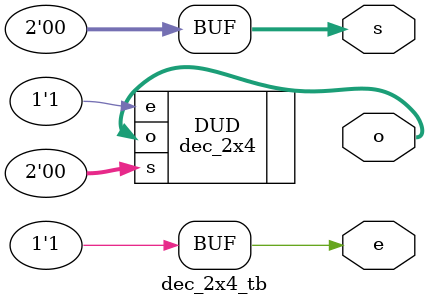
<source format=v>
module dec_2x4_tb(
    output reg [1:0]s,
    output reg e,
    output [3:0]o
);

dec_2x4 DUD (.s(s), .e(e), .o(o));
initial begin
    s = 2'h0;
    #10 s = 2'h2;
    #10 s = 2'h1;
    #10 s = 2'h3;
    #10 s = 2'h0;
    #10 s = 2'h1;
    #10 s = 2'h3;
    #10 s = 2'h2;
    #10 s = 2'h1;
    #10 s = 2'h0;
end
initial begin
        e = 1'b1;
        #10 e = 1'b0;
        #10 e = 1'b1;
        #20 e = 1'b0;
        #10 e = 1'b1;
        #30 e = 1'b0;
        #10 e = 1'b1;
end
endmodule


</source>
